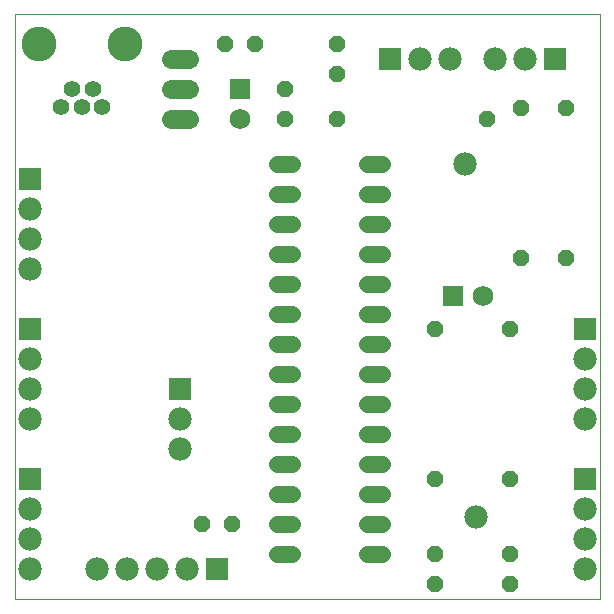
<source format=gbs>
G75*
G70*
%OFA0B0*%
%FSLAX24Y24*%
%IPPOS*%
%LPD*%
%AMOC8*
5,1,8,0,0,1.08239X$1,22.5*
%
%ADD10C,0.0000*%
%ADD11C,0.0560*%
%ADD12R,0.0690X0.0690*%
%ADD13C,0.0690*%
%ADD14OC8,0.0560*%
%ADD15R,0.0780X0.0780*%
%ADD16C,0.0780*%
%ADD17C,0.0555*%
%ADD18C,0.1162*%
%ADD19C,0.0640*%
D10*
X000181Y000181D02*
X000181Y019681D01*
X019681Y019681D01*
X019681Y000181D01*
X000181Y000181D01*
D11*
X008921Y001681D02*
X009441Y001681D01*
X009441Y002681D02*
X008921Y002681D01*
X008921Y003681D02*
X009441Y003681D01*
X009441Y004681D02*
X008921Y004681D01*
X008921Y005681D02*
X009441Y005681D01*
X009441Y006681D02*
X008921Y006681D01*
X008921Y007681D02*
X009441Y007681D01*
X009441Y008681D02*
X008921Y008681D01*
X008921Y009681D02*
X009441Y009681D01*
X009441Y010681D02*
X008921Y010681D01*
X008921Y011681D02*
X009441Y011681D01*
X009441Y012681D02*
X008921Y012681D01*
X008921Y013681D02*
X009441Y013681D01*
X009441Y014681D02*
X008921Y014681D01*
X011921Y014681D02*
X012441Y014681D01*
X012441Y013681D02*
X011921Y013681D01*
X011921Y012681D02*
X012441Y012681D01*
X012441Y011681D02*
X011921Y011681D01*
X011921Y010681D02*
X012441Y010681D01*
X012441Y009681D02*
X011921Y009681D01*
X011921Y008681D02*
X012441Y008681D01*
X012441Y007681D02*
X011921Y007681D01*
X011921Y006681D02*
X012441Y006681D01*
X012441Y005681D02*
X011921Y005681D01*
X011921Y004681D02*
X012441Y004681D01*
X012441Y003681D02*
X011921Y003681D01*
X011921Y002681D02*
X012441Y002681D01*
X012441Y001681D02*
X011921Y001681D01*
D12*
X014806Y010306D03*
X007681Y017181D03*
D13*
X007681Y016181D03*
X015806Y010306D03*
D14*
X016681Y009181D03*
X017056Y011556D03*
X018556Y011556D03*
X014181Y009181D03*
X014181Y004181D03*
X014181Y001681D03*
X014181Y000681D03*
X016681Y000681D03*
X016681Y001681D03*
X016681Y004181D03*
X007431Y002681D03*
X006431Y002681D03*
X009181Y016181D03*
X009181Y017181D03*
X008181Y018681D03*
X007181Y018681D03*
X010931Y018681D03*
X010931Y017681D03*
X010931Y016181D03*
X015931Y016181D03*
X017056Y016556D03*
X018556Y016556D03*
D15*
X018181Y018181D03*
X012681Y018181D03*
X019181Y009181D03*
X019181Y004181D03*
X006931Y001181D03*
X005681Y007181D03*
X000681Y009181D03*
X000681Y014181D03*
X000681Y004181D03*
D16*
X000681Y003181D03*
X000681Y002181D03*
X000681Y001181D03*
X002931Y001181D03*
X003931Y001181D03*
X004931Y001181D03*
X005931Y001181D03*
X005681Y005181D03*
X005681Y006181D03*
X000681Y006181D03*
X000681Y007181D03*
X000681Y008181D03*
X000681Y011181D03*
X000681Y012181D03*
X000681Y013181D03*
X013681Y018181D03*
X014681Y018181D03*
X016181Y018181D03*
X017181Y018181D03*
X015181Y014681D03*
X019181Y008181D03*
X019181Y007181D03*
X019181Y006181D03*
X019181Y003181D03*
X019181Y002181D03*
X019181Y001181D03*
X015556Y002931D03*
D17*
X003101Y016581D03*
X002431Y016581D03*
X002101Y017201D03*
X001731Y016581D03*
X002791Y017201D03*
D18*
X003868Y018681D03*
X000994Y018681D03*
D19*
X005381Y018181D02*
X005981Y018181D01*
X005981Y017181D02*
X005381Y017181D01*
X005381Y016181D02*
X005981Y016181D01*
M02*

</source>
